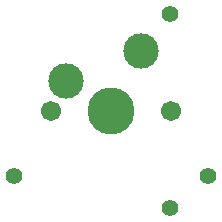
<source format=gbr>
%TF.GenerationSoftware,KiCad,Pcbnew,9.0.5*%
%TF.CreationDate,2025-10-09T16:36:40+08:00*%
%TF.ProjectId,snowshoe-mx,736e6f77-7368-46f6-952d-6d782e6b6963,rev?*%
%TF.SameCoordinates,Original*%
%TF.FileFunction,Soldermask,Top*%
%TF.FilePolarity,Negative*%
%FSLAX46Y46*%
G04 Gerber Fmt 4.6, Leading zero omitted, Abs format (unit mm)*
G04 Created by KiCad (PCBNEW 9.0.5) date 2025-10-09 16:36:40*
%MOMM*%
%LPD*%
G01*
G04 APERTURE LIST*
%ADD10C,1.400000*%
%ADD11C,1.701800*%
%ADD12C,3.000000*%
%ADD13C,3.987800*%
G04 APERTURE END LIST*
D10*
%TO.C,PR1*%
X96750000Y-70500000D03*
%TD*%
%TO.C,PC2*%
X110000000Y-73250000D03*
%TD*%
D11*
%TO.C,SW1*%
X99920000Y-65000000D03*
D12*
X101190000Y-62460000D03*
D13*
X105000000Y-65000000D03*
D12*
X107540000Y-59920000D03*
D11*
X110080000Y-65000000D03*
%TD*%
D10*
%TO.C,PC1*%
X110000000Y-56750000D03*
%TD*%
%TO.C,PR2*%
X113250000Y-70500000D03*
%TD*%
M02*

</source>
